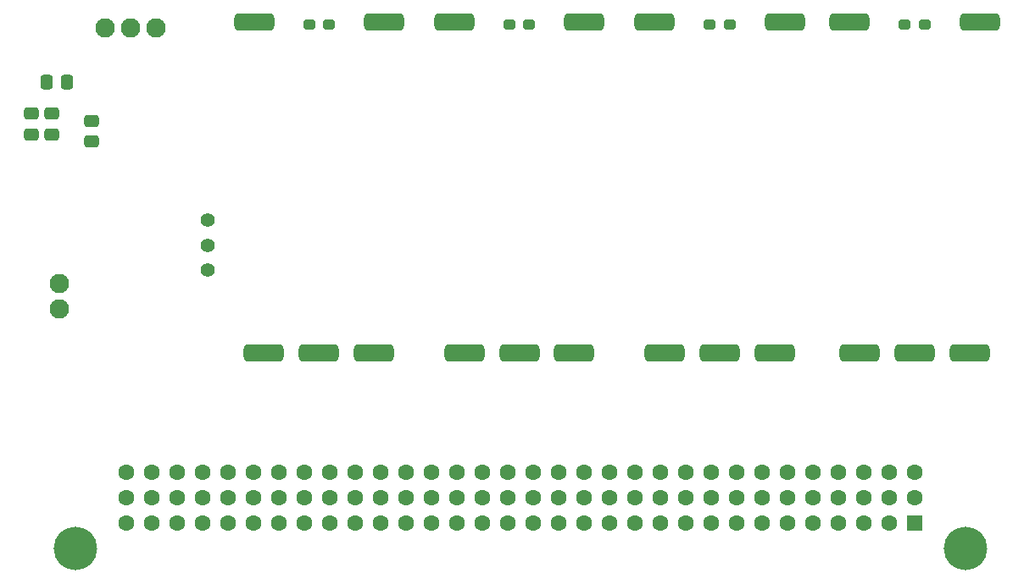
<source format=gbr>
%TF.GenerationSoftware,KiCad,Pcbnew,9.0.0*%
%TF.CreationDate,2025-04-06T17:48:58-04:00*%
%TF.ProjectId,Thruster_Control_Card_COPY,54687275-7374-4657-925f-436f6e74726f,rev?*%
%TF.SameCoordinates,Original*%
%TF.FileFunction,Soldermask,Bot*%
%TF.FilePolarity,Negative*%
%FSLAX46Y46*%
G04 Gerber Fmt 4.6, Leading zero omitted, Abs format (unit mm)*
G04 Created by KiCad (PCBNEW 9.0.0) date 2025-04-06 17:48:58*
%MOMM*%
%LPD*%
G01*
G04 APERTURE LIST*
G04 Aperture macros list*
%AMRoundRect*
0 Rectangle with rounded corners*
0 $1 Rounding radius*
0 $2 $3 $4 $5 $6 $7 $8 $9 X,Y pos of 4 corners*
0 Add a 4 corners polygon primitive as box body*
4,1,4,$2,$3,$4,$5,$6,$7,$8,$9,$2,$3,0*
0 Add four circle primitives for the rounded corners*
1,1,$1+$1,$2,$3*
1,1,$1+$1,$4,$5*
1,1,$1+$1,$6,$7*
1,1,$1+$1,$8,$9*
0 Add four rect primitives between the rounded corners*
20,1,$1+$1,$2,$3,$4,$5,0*
20,1,$1+$1,$4,$5,$6,$7,0*
20,1,$1+$1,$6,$7,$8,$9,0*
20,1,$1+$1,$8,$9,$2,$3,0*%
G04 Aperture macros list end*
%ADD10C,1.950000*%
%ADD11C,1.397000*%
%ADD12R,1.605000X1.605000*%
%ADD13C,1.605000*%
%ADD14C,4.335000*%
%ADD15RoundRect,0.437500X1.562500X0.437500X-1.562500X0.437500X-1.562500X-0.437500X1.562500X-0.437500X0*%
%ADD16RoundRect,0.250000X0.350000X0.250000X-0.350000X0.250000X-0.350000X-0.250000X0.350000X-0.250000X0*%
%ADD17RoundRect,0.250000X0.475000X-0.337500X0.475000X0.337500X-0.475000X0.337500X-0.475000X-0.337500X0*%
%ADD18RoundRect,0.250000X-0.337500X-0.475000X0.337500X-0.475000X0.337500X0.475000X-0.337500X0.475000X0*%
%ADD19RoundRect,0.250000X-0.475000X0.337500X-0.475000X-0.337500X0.475000X-0.337500X0.475000X0.337500X0*%
G04 APERTURE END LIST*
D10*
%TO.C,J7*%
X154025000Y-80950000D03*
X154025000Y-83490000D03*
%TD*%
D11*
%TO.C,BOOT*%
X168900000Y-79600000D03*
X168900000Y-77100000D03*
X168900000Y-74600000D03*
%TD*%
D12*
%TO.C,J1*%
X239522000Y-104902000D03*
D13*
X236982000Y-104902000D03*
X234442000Y-104902000D03*
X231902000Y-104902000D03*
X229362000Y-104902000D03*
X226822000Y-104902000D03*
X224282000Y-104902000D03*
X221742000Y-104902000D03*
X219202000Y-104902000D03*
X216662000Y-104902000D03*
X214122000Y-104902000D03*
X211582000Y-104902000D03*
X209042000Y-104902000D03*
X206502000Y-104902000D03*
X203962000Y-104902000D03*
X201422000Y-104902000D03*
X198882000Y-104902000D03*
X196342000Y-104902000D03*
X193802000Y-104902000D03*
X191262000Y-104902000D03*
X188722000Y-104902000D03*
X186182000Y-104902000D03*
X183642000Y-104902000D03*
X181102000Y-104902000D03*
X178562000Y-104902000D03*
X176022000Y-104902000D03*
X173482000Y-104902000D03*
X170942000Y-104902000D03*
X168402000Y-104902000D03*
X165862000Y-104902000D03*
X163322000Y-104902000D03*
X160782000Y-104902000D03*
X239522000Y-102362000D03*
X236982000Y-102362000D03*
X234442000Y-102362000D03*
X231902000Y-102362000D03*
X229362000Y-102362000D03*
X226822000Y-102362000D03*
X224282000Y-102362000D03*
X221742000Y-102362000D03*
X219202000Y-102362000D03*
X216662000Y-102362000D03*
X214122000Y-102362000D03*
X211582000Y-102362000D03*
X209042000Y-102362000D03*
X206502000Y-102362000D03*
X203962000Y-102362000D03*
X201422000Y-102362000D03*
X198882000Y-102362000D03*
X196342000Y-102362000D03*
X193802000Y-102362000D03*
X191262000Y-102362000D03*
X188722000Y-102362000D03*
X186182000Y-102362000D03*
X183642000Y-102362000D03*
X181102000Y-102362000D03*
X178562000Y-102362000D03*
X176022000Y-102362000D03*
X173482000Y-102362000D03*
X170942000Y-102362000D03*
X168402000Y-102362000D03*
X165862000Y-102362000D03*
X163322000Y-102362000D03*
X160782000Y-102362000D03*
X239522000Y-99822000D03*
X236982000Y-99822000D03*
X234442000Y-99822000D03*
X231902000Y-99822000D03*
X229362000Y-99822000D03*
X226822000Y-99822000D03*
X224282000Y-99822000D03*
X221742000Y-99822000D03*
X219202000Y-99822000D03*
X216662000Y-99822000D03*
X214122000Y-99822000D03*
X211582000Y-99822000D03*
X209042000Y-99822000D03*
X206502000Y-99822000D03*
X203962000Y-99822000D03*
X201422000Y-99822000D03*
X198882000Y-99822000D03*
X196342000Y-99822000D03*
X193802000Y-99822000D03*
X191262000Y-99822000D03*
X188722000Y-99822000D03*
X186182000Y-99822000D03*
X183642000Y-99822000D03*
X181102000Y-99822000D03*
X178562000Y-99822000D03*
X176022000Y-99822000D03*
X173482000Y-99822000D03*
X170942000Y-99822000D03*
X168402000Y-99822000D03*
X165862000Y-99822000D03*
X163322000Y-99822000D03*
X160782000Y-99822000D03*
D14*
X244602000Y-107442000D03*
X155702000Y-107442000D03*
%TD*%
D10*
%TO.C,SWCLK NRST SWDIO*%
X163700000Y-55400000D03*
X161160000Y-55400000D03*
X158620000Y-55400000D03*
%TD*%
D15*
%TO.C,U2*%
X206500000Y-54800000D03*
X193500000Y-54800000D03*
X205500000Y-87900000D03*
X200000000Y-87900000D03*
X194500000Y-87900000D03*
D16*
X201000000Y-55050000D03*
X199000000Y-55050000D03*
%TD*%
D17*
%TO.C,100nf*%
X151300000Y-66025000D03*
X151300000Y-63950000D03*
%TD*%
D15*
%TO.C,U1*%
X186500000Y-54800000D03*
X173500000Y-54800000D03*
X185500000Y-87900000D03*
X180000000Y-87900000D03*
X174500000Y-87900000D03*
D16*
X181000000Y-55050000D03*
X179000000Y-55050000D03*
%TD*%
D15*
%TO.C,U4*%
X246000000Y-54800000D03*
X233000000Y-54800000D03*
X245000000Y-87900000D03*
X239500000Y-87900000D03*
X234000000Y-87900000D03*
D16*
X240500000Y-55050000D03*
X238500000Y-55050000D03*
%TD*%
D18*
%TO.C,1uF*%
X152762500Y-60800000D03*
X154837500Y-60800000D03*
%TD*%
D19*
%TO.C,C7*%
X157300000Y-64662500D03*
X157300000Y-66737500D03*
%TD*%
D15*
%TO.C,U3*%
X226500000Y-54800000D03*
X213500000Y-54800000D03*
X225500000Y-87900000D03*
X220000000Y-87900000D03*
X214500000Y-87900000D03*
D16*
X221000000Y-55050000D03*
X219000000Y-55050000D03*
%TD*%
D19*
%TO.C,C6*%
X153300000Y-63950000D03*
X153300000Y-66025000D03*
%TD*%
M02*

</source>
